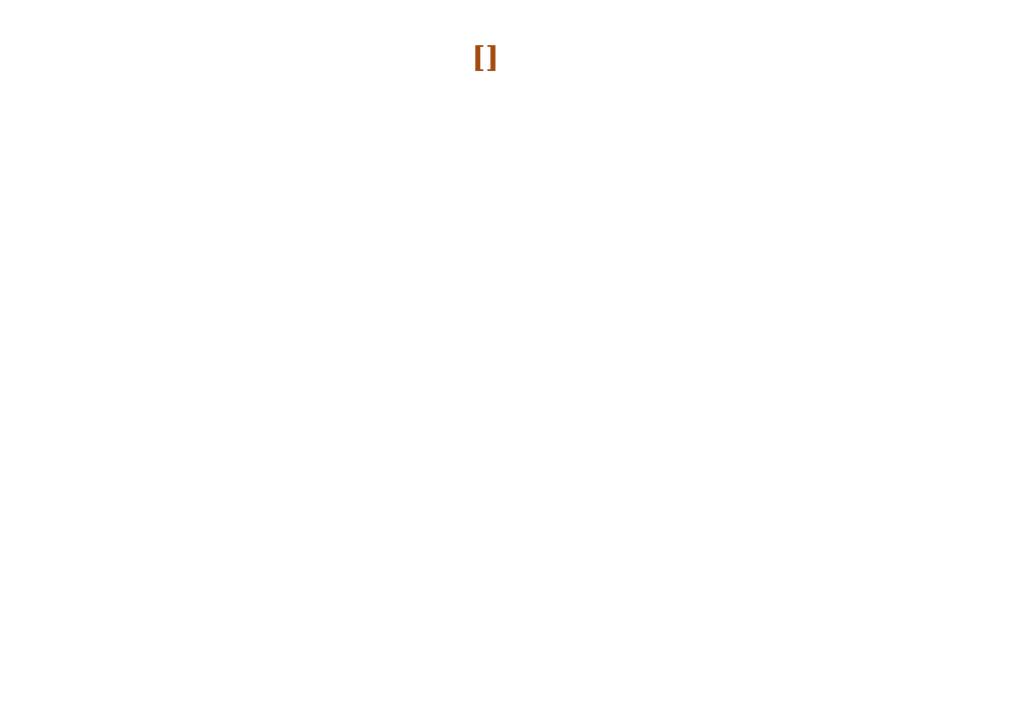
<source format=kicad_sch>
(kicad_sch
	(version 20231120)
	(generator "eeschema")
	(generator_version "8.0")
	(uuid "b7ce2658-0c16-417c-9e64-5f86ab89a607")
	(paper "A4")
	(title_block
		(title "Cell_Sentinel")
		(date "2024-11-05")
		(rev "1.0.0")
	)
	(lib_symbols)
	(text "[${#}] ${SHEETNAME}"
		(exclude_from_sim no)
		(at 142.24 18.796 0)
		(effects
			(font
				(face "Times New Roman")
				(size 6 6)
				(thickness 1.6)
				(bold yes)
				(color 159 72 15 1)
			)
		)
		(uuid "5a8ae189-78ff-4a8a-a5a9-50802702d32e")
	)
)

</source>
